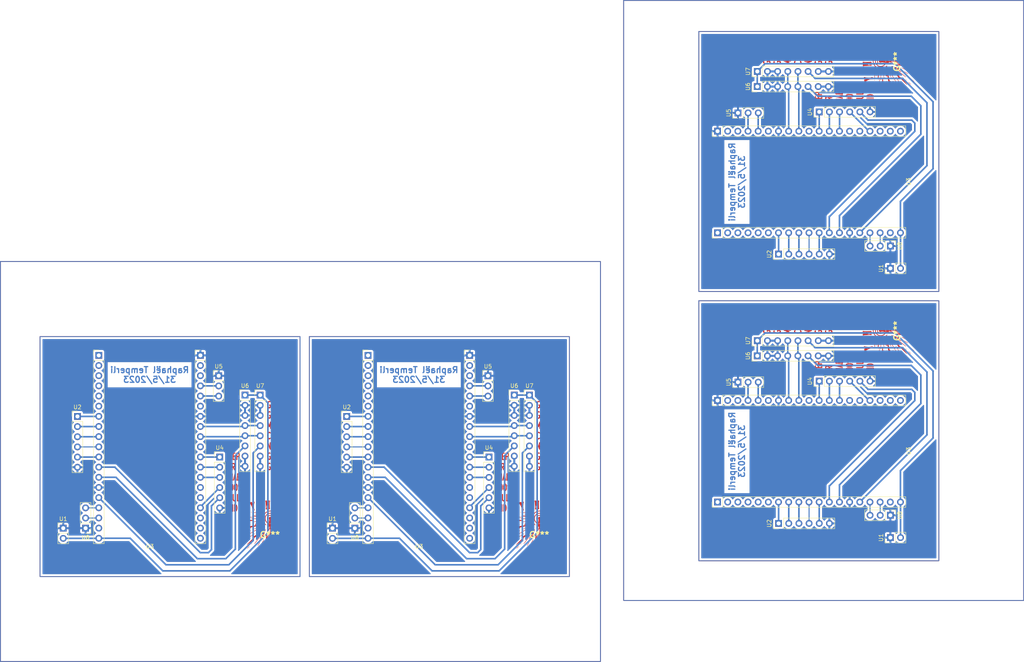
<source format=kicad_pcb>
(kicad_pcb (version 20211014) (generator pcbnew)
  (layers (0 "F.Cu" signal) (31 "B.Cu" signal) (34 "B.Paste" user) (35 "F.Paste" user) (36 "B.SilkS" user "B.Silkscreen") (37 "F.SilkS" user "F.Silkscreen") (38 "B.Mask" user) (39 "F.Mask" user) (44 "Edge.Cuts" user))
  (net 0 "")
  (net 1 "GND")
  (net 2 "+5V")
  (net 3 "Net-(U2-Pad1)")
  (net 4 "Net-(U2-Pad2)")
  (net 5 "Net-(U2-Pad3)")
  (net 6 "Net-(U2-Pad5)")
  (net 7 "Net-(U2-Pad4)")
  (net 10 "Net-(U3-Pad3)")
  (net 11 "Net-(U3-Pad4)")
  (net 13 "/MISO")
  (net 14 "/SCK")
  (net 16 "Net-(U3-Pad10)")
  (net 17 "Net-(U3-Pad11)")
  (net 18 "Net-(U3-Pad12)")
  (net 21 "Net-(U3-Pad15)")
  (net 26 "Net-(U3-Pad21)")
  (net 27 "Net-(U3-Pad22)")
  (net 28 "/N_CS_2")
  (net 29 "/N_CS_1")
  (net 30 "Net-(U3-Pad26)")
  (footprint "LOGO" (layer "F.Cu") (at 244.142 30.046 90)
    (fp_text reference "G***")
    (fp_text value "LOGO" hide)
  )
  (footprint "project_library:NodeMCU_header" (layer "F.Cu") (at 57.356362 151.727865)
    (fp_text reference "U3")
    (fp_text value "ESP32")
  )
  (footprint "LOGO" (layer "F.Cu") (at 205.026 148.156 90)
    (fp_text reference "G***" hide)
    (fp_text value "LOGO" hide)
  )
  (footprint "Connector_PinHeader_2.54mm:PinHeader_1x08_P2.54mm_Vertical" (layer "F.Cu") (at 84.935186 113.411)
    (fp_text reference "U7")
    (fp_text value "Encoder_header")
  )
  (footprint "Connector_PinHeader_2.54mm:PinHeader_1x06_P2.54mm_Vertical" (layer "F.Cu") (at 142.132362 128.889865)
    (fp_text reference "U4")
    (fp_text value "Stepper_header")
  )
  (footprint "LOGO" (layer "F.Cu") (at 87.376 148.336)
    (fp_text reference "G***")
    (fp_text value "LOGO" hide)
  )
  (footprint "LOGO" (layer "F.Cu") (at 154.686 148.336)
    (fp_text reference "G***")
    (fp_text value "LOGO" hide)
  )
  (footprint "Connector_PinHeader_2.54mm:PinHeader_1x06_P2.54mm_Vertical" (layer "F.Cu") (at 39.262362 118.729865)
    (fp_text reference "U2")
    (fp_text value "Stepper_header")
  )
  (footprint "Connector_PinHeader_2.54mm:PinHeader_1x08_P2.54mm_Vertical" (layer "F.Cu") (at 81.148774 113.395865)
    (fp_text reference "U6")
    (fp_text value "Encoder_header")
  )
  (footprint "LOGO" (layer "F.Cu") (at 205.026 80.846 90)
    (fp_text reference "G***" hide)
    (fp_text value "LOGO" hide)
  )
  (footprint "Connector_PinHeader_2.54mm:PinHeader_1x08_P2.54mm_Vertical" (layer "F.Cu") (at 152.245186 113.411)
    (fp_text reference "U7")
    (fp_text value "Encoder_header")
  )
  (footprint "Connector_PinHeader_2.54mm:PinHeader_1x06_P2.54mm_Vertical" (layer "F.Cu") (at 214.535865 78.159638 90)
    (fp_text reference "U2")
    (fp_text value "Stepper_header")
  )
  (footprint "Connector_PinHeader_2.54mm:PinHeader_1x08_P2.54mm_Vertical" (layer "F.Cu") (at 148.458774 113.395865)
    (fp_text reference "U6")
    (fp_text value "Encoder_header")
  )
  (footprint "Connector_PinHeader_2.54mm:PinHeader_1x08_P2.54mm_Vertical" (layer "F.Cu") (at 209.201865 36.273226 90)
    (fp_text reference "U6")
    (fp_text value "Encoder_header")
  )
  (footprint "Connector_PinHeader_2.54mm:PinHeader_1x03_P2.54mm_Vertical" (layer "F.Cu") (at 74.568362 108.569865)
    (fp_text reference "U5")
    (fp_text value "RX_TX_header")
  )
  (footprint "Connector_PinHeader_2.54mm:PinHeader_1x08_P2.54mm_Vertical" (layer "F.Cu") (at 209.217 32.486814 90)
    (fp_text reference "U7")
    (fp_text value "Encoder_header")
  )
  (footprint "Connector_PinHeader_2.54mm:PinHeader_1x02_P2.54mm_Vertical" (layer "F.Cu") (at 35.706362 146.669865)
    (fp_text reference "U1")
    (fp_text value "Power_header")
  )
  (footprint "LOGO" (layer "F.Cu") (at 155.194 105.41)
    (fp_text reference "G***" hide)
    (fp_text value "LOGO" hide)
  )
  (footprint "LOGO" (layer "F.Cu") (at 87.884 105.41)
    (fp_text reference "G***" hide)
    (fp_text value "LOGO" hide)
  )
  (footprint "Connector_PinHeader_2.54mm:PinHeader_1x06_P2.54mm_Vertical" (layer "F.Cu") (at 106.572362 118.729865)
    (fp_text reference "U2")
    (fp_text value "Stepper_header")
  )
  (footprint "Connector_PinHeader_2.54mm:PinHeader_1x06_P2.54mm_Vertical" (layer "F.Cu") (at 224.695865 42.599638 90)
    (fp_text reference "U4")
    (fp_text value "Stepper_header")
  )
  (footprint "LOGO" (layer "F.Cu") (at 103.886 109.22)
    (fp_text reference "G***" hide)
    (fp_text value "LOGO" hide)
  )
  (footprint "LOGO" (layer "F.Cu") (at 244.142 97.356 90)
    (fp_text reference "G***")
    (fp_text value "LOGO" hide)
  )
  (footprint "Connector_PinHeader_2.54mm:PinHeader_1x06_P2.54mm_Vertical" (layer "F.Cu") (at 74.822362 128.889865)
    (fp_text reference "U4")
    (fp_text value "Stepper_header")
  )
  (footprint "Connector_PinHeader_2.54mm:PinHeader_1x08_P2.54mm_Vertical" (layer "F.Cu") (at 209.201865 103.583226 90)
    (fp_text reference "U6")
    (fp_text value "Encoder_header")
  )
  (footprint "Connector_PinHeader_2.54mm:PinHeader_1x03_P2.54mm_Vertical" (layer "F.Cu") (at 204.375865 42.853638 90)
    (fp_text reference "U5")
    (fp_text value "RX_TX_header")
  )
  (footprint "project_library:NodeMCU_header" (layer "F.Cu") (at 124.666362 151.727865)
    (fp_text reference "U3")
    (fp_text value "ESP32")
  )
  (footprint "Connector_PinHeader_2.54mm:PinHeader_1x06_P2.54mm_Vertical" (layer "F.Cu") (at 224.695865 109.909638 90)
    (fp_text reference "U4")
    (fp_text value "Stepper_header")
  )
  (footprint "Connector_PinHeader_2.54mm:PinHeader_1x03_P2.54mm_Vertical" (layer "F.Cu") (at 242.475865 76.127638 -90)
    (fp_text reference "U8")
    (fp_text value "RX_TX_header")
  )
  (footprint "Connector_PinHeader_2.54mm:PinHeader_1x08_P2.54mm_Vertical" (layer "F.Cu") (at 209.217 99.796814 90)
    (fp_text reference "U7")
    (fp_text value "Encoder_header")
  )
  (footprint "LOGO" (layer "F.Cu") (at 201.216 96.848 90)
    (fp_text reference "G***" hide)
    (fp_text value "LOGO" hide)
  )
  (footprint "Connector_PinHeader_2.54mm:PinHeader_1x03_P2.54mm_Vertical" (layer "F.Cu") (at 141.878362 108.569865)
    (fp_text reference "U5")
    (fp_text value "RX_TX_header")
  )
  (footprint "Connector_PinHeader_2.54mm:PinHeader_1x02_P2.54mm_Vertical" (layer "F.Cu") (at 103.016362 146.669865)
    (fp_text reference "U1")
    (fp_text value "Power_header")
  )
  (footprint "Connector_PinHeader_2.54mm:PinHeader_1x06_P2.54mm_Vertical" (layer "F.Cu") (at 214.535865 145.469638 90)
    (fp_text reference "U2")
    (fp_text value "Stepper_header")
  )
  (footprint "project_library:NodeMCU_header" (layer "F.Cu") (at 247.533865 127.375638 90)
    (fp_text reference "U3")
    (fp_text value "ESP32")
  )
  (footprint "Connector_PinHeader_2.54mm:PinHeader_1x03_P2.54mm_Vertical" (layer "F.Cu") (at 242.475865 143.437638 -90)
    (fp_text reference "U8")
    (fp_text value "RX_TX_header")
  )
  (footprint "Connector_PinHeader_2.54mm:PinHeader_1x03_P2.54mm_Vertical" (layer "F.Cu") (at 41.294362 146.669865 180)
    (fp_text reference "U8")
    (fp_text value "RX_TX_header")
  )
  (footprint "project_library:NodeMCU_header" (layer "F.Cu") (at 247.533865 60.065638 90)
    (fp_text reference "U3")
    (fp_text value "ESP32")
  )
  (footprint "LOGO" (layer "F.Cu") (at 36.576 109.22)
    (fp_text reference "G***" hide)
    (fp_text value "LOGO" hide)
  )
  (footprint "LOGO" (layer "F.Cu") (at 201.216 29.538 90)
    (fp_text reference "G***" hide)
    (fp_text value "LOGO" hide)
  )
  (footprint "Connector_PinHeader_2.54mm:PinHeader_1x02_P2.54mm_Vertical" (layer "F.Cu") (at 242.475865 149.025638 90)
    (fp_text reference "U1")
    (fp_text value "Power_header")
  )
  (footprint "Connector_PinHeader_2.54mm:PinHeader_1x03_P2.54mm_Vertical" (layer "F.Cu") (at 108.604362 146.669865 180)
    (fp_text reference "U8")
    (fp_text value "RX_TX_header")
  )
  (footprint "Connector_PinHeader_2.54mm:PinHeader_1x02_P2.54mm_Vertical" (layer "F.Cu") (at 242.475865 81.715638 90)
    (fp_text reference "U1")
    (fp_text value "Power_header")
  )
  (footprint "Connector_PinHeader_2.54mm:PinHeader_1x03_P2.54mm_Vertical" (layer "F.Cu") (at 204.375865 110.163638 90)
    (fp_text reference "U5")
    (fp_text value "RX_TX_header")
  )
  (gr_rect (start 29.919588 98.780865) (end 94.919588 158.780865) (layer "F.Cu") (width 0.2) (fill none))
  (gr_rect (start 20 80) (end 170 180) (layer "F.Cu") (width 0.2) (fill none))
  (gr_rect (start 97.229588 98.780865) (end 162.229588 158.780865) (layer "F.Cu") (width 0.2) (fill none))
  (gr_rect (start 175.806 164.732) (end 275.806 14.732) (layer "F.Cu") (width 0.2) (fill none))
  (gr_rect (start 194.586865 154.812412) (end 254.586865 89.812412) (layer "F.Cu") (width 0.2) (fill none))
  (gr_rect (start 194.586865 87.502412) (end 254.586865 22.502412) (layer "F.Cu") (width 0.2) (fill none))
  (gr_rect (start 175.806 164.732) (end 275.806 14.732) (layer "B.Cu") (width 0.2) (fill none))
  (gr_rect (start 20 80) (end 170 180) (layer "B.Cu") (width 0.2) (fill none))
  (gr_rect (start 97.229588 98.780865) (end 162.229588 158.780865) (layer "B.Cu") (width 0.2) (fill none))
  (gr_rect (start 29.919588 98.780865) (end 94.919588 158.780865) (layer "B.Cu") (width 0.2) (fill none))
  (gr_rect (start 194.586865 87.502412) (end 254.586865 22.502412) (layer "B.Cu") (width 0.2) (fill none))
  (gr_rect (start 194.586865 154.812412) (end 254.586865 89.812412) (layer "B.Cu") (width 0.2) (fill none))
  (gr_text "VCC\nGND\nGND\nMISO\nCLK\nN_CS\nGND\nGND\n" (at 218.107 30.939226 90) (layer "F.Cu") (effects (font (size 1.6 1) (thickness 0.25)) (justify left)))
  (gr_text "GND\nTX0\nRX0" (at 144.926362 111.109865) (layer "F.Cu") (effects (font (size 1.6 1) (thickness 0.25))))
  (gr_text "VCC\nGND\nGND\nMISO\nCLK\nN_CS\nGND\nGND\n" (at 86.482774 122.301) (layer "F.Cu") (effects (font (size 1.6 1) (thickness 0.25)) (justify left)))
  (gr_text "Antenna Pointing Mechanism V1" (at 49.53 100.838) (layer "F.Cu") (effects (font (size 1.5 1.5) (thickness 0.3))))
  (gr_text "STEP\nDIR\nENABLE\nBOOST\nFAULT\nGND" (at 143.402362 135.234865) (layer "F.Cu") (effects (font (size 1.6 1) (thickness 0.25)) (justify left)))
  (gr_text "GND\n5V\n" (at 242.856865 151.942412 90) (layer "F.Cu") (effects (font (size 1.6 1) (thickness 0.25))))
  (gr_text "GND\n5V\n" (at 100.099588 147.050865) (layer "F.Cu") (effects (font (size 1.6 1) (thickness 0.25))))
  (gr_text "GND\nTX0\nRX0" (at 206.915865 107.115638 90) (layer "F.Cu") (effects (font (size 1.6 1) (thickness 0.25))))
  (gr_text "GND\nTX0\nRX0" (at 206.915865 39.805638 90) (layer "F.Cu") (effects (font (size 1.6 1) (thickness 0.25))))
  (gr_text "RX1\nTX1\nGND\n" (at 239.935865 146.231638 90) (layer "F.Cu") (effects (font (size 1.6 1) (thickness 0.25))))
  (gr_text "STEP\nDIR\nENABLE\nBOOST\nFAULT\nGND" (at 220.885865 152.835638 90) (layer "F.Cu") (effects (font (size 1.6 1) (thickness 0.25)) (justify left)))
  (gr_text "STEP\nDIR\nENABLE\nBOOST\nFAULT\nGND" (at 231.040865 108.639638 90) (layer "F.Cu") (effects (font (size 1.6 1) (thickness 0.25)) (justify left)))
  (gr_text "RX1\nTX1\nGND\n" (at 105.810362 144.129865) (layer "F.Cu") (effects (font (size 1.6 1) (thickness 0.25))))
  (gr_text "STEP\nDIR\nENABLE\nBOOST\nFAULT\nGND" (at 99.206362 125.079865) (layer "F.Cu") (effects (font (size 1.6 1) (thickness 0.25)) (justify left)))
  (gr_text "GND\n5V\n" (at 242.856865 84.632412 90) (layer "F.Cu") (effects (font (size 1.6 1) (thickness 0.25))))
  (gr_text "GND\n5V\n" (at 32.789588 147.050865) (layer "F.Cu") (effects (font (size 1.6 1) (thickness 0.25))))
  (gr_text "RX1\nTX1\nGND\n" (at 239.935865 78.921638 90) (layer "F.Cu") (effects (font (size 1.6 1) (thickness 0.25))))
  (gr_text "STEP\nDIR\nENABLE\nBOOST\nFAULT\nGND" (at 76.092362 135.234865) (layer "F.Cu") (effects (font (size 1.6 1) (thickness 0.25)) (justify left)))
  (gr_text "VCC\nGND\nGND\nMISO\nCLK\nN_CS\nGND\nGND\n" (at 218.107 98.249226 90) (layer "F.Cu") (effects (font (size 1.6 1) (thickness 0.25)) (justify left)))
  (gr_text "Antenna Pointing Mechanism V1" (at 196.644 135.202 90) (layer "F.Cu") (effects (font (size 1.5 1.5) (thickness 0.3))))
  (gr_text "Antenna Pointing Mechanism V1" (at 196.644 67.892 90) (layer "F.Cu") (effects (font (size 1.5 1.5) (thickness 0.3))))
  (gr_text "GND\nTX0\nRX0" (at 77.616362 111.109865) (layer "F.Cu") (effects (font (size 1.6 1) (thickness 0.25))))
  (gr_text "RX1\nTX1\nGND\n" (at 38.500362 144.129865) (layer "F.Cu") (effects (font (size 1.6 1) (thickness 0.25))))
  (gr_text "STEP\nDIR\nENABLE\nBOOST\nFAULT\nGND" (at 31.896362 125.079865) (layer "F.Cu") (effects (font (size 1.6 1) (thickness 0.25)) (justify left)))
  (gr_text "Antenna Pointing Mechanism V1" (at 116.84 100.838) (layer "F.Cu") (effects (font (size 1.5 1.5) (thickness 0.3))))
  (gr_text "STEP\nDIR\nENABLE\nBOOST\nFAULT\nGND" (at 231.040865 41.329638 90) (layer "F.Cu") (effects (font (size 1.6 1) (thickness 0.25)) (justify left)))
  (gr_text "VCC\nGND\nGND\nMISO\nCLK\nN_CS\nGND\nGND\n" (at 153.792774 122.301) (layer "F.Cu") (effects (font (size 1.6 1) (thickness 0.25)) (justify left)))
  (gr_text "STEP\nDIR\nENABLE\nBOOST\nFAULT\nGND" (at 220.885865 85.525638 90) (layer "F.Cu") (effects (font (size 1.6 1) (thickness 0.25)) (justify left)))
  (gr_text "Raphaël Temperli\n31/5/2023" (at 57.296362 108.315865) (layer "B.Cu") (effects (font (size 1.5 1.5) (thickness 0.3)) (justify mirror)))
  (gr_text "Raphaël Temperli\n31/5/2023" (at 124.606362 108.315865) (layer "B.Cu") (effects (font (size 1.5 1.5) (thickness 0.3)) (justify mirror)))
  (gr_text "Raphaël Temperli\n31/5/2023" (at 204.121865 127.435638 90) (layer "B.Cu") (effects (font (size 1.5 1.5) (thickness 0.3)) (justify mirror)))
  (gr_text "Raphaël Temperli\n31/5/2023" (at 204.121865 60.125638 90) (layer "B.Cu") (effects (font (size 1.5 1.5) (thickness 0.3)) (justify mirror)))
  (segment (start 86.868 115.343814) (end 86.868 147.832226) (width 0.4) (layer "B.Cu") (net 2))
  (segment (start 148.458774 113.395865) (end 152.230051 113.395865) (width 0.4) (layer "B.Cu") (net 2))
  (segment (start 35.706362 149.209865) (end 44.574362 149.209865) (width 0.4) (layer "B.Cu") (net 2))
  (segment (start 152.263774 113.395865) (end 152.268774 113.400865) (width 0.4) (layer "B.Cu") (net 2))
  (segment (start 245.015865 72.847638) (end 244.993865 72.825638) (width 0.4) (layer "B.Cu") (net 2))
  (segment (start 84.920051 113.395865) (end 84.935186 113.411) (width 0.4) (layer "B.Cu") (net 2))
  (segment (start 244.993865 140.135638) (end 244.993865 132.283638) (width 0.4) (layer "B.Cu") (net 2))
  (segment (start 119.758362 149.187865) (end 127.908362 157.337865) (width 0.4) (layer "B.Cu") (net 2))
  (segment (start 103.016362 149.209865) (end 111.884362 149.209865) (width 0.4) (layer "B.Cu") (net 2))
  (segment (start 245.015865 140.157638) (end 244.993865 140.135638) (width 0.4) (layer "B.Cu") (net 2))
  (segment (start 127.908362 157.337865) (end 144.672362 157.337865) (width 0.4) (layer "B.Cu") (net 2))
  (segment (start 103.038362 149.187865) (end 103.016362 149.209865) (width 0.4) (layer "B.Cu") (net 2))
  (segment (start 243.638226 97.864) (end 253.143865 107.369638) (width 0.4) (layer "B.Cu") (net 2))
  (segment (start 253.143865 124.133638) (end 253.143865 107.369638) (width 0.4) (layer "B.Cu") (net 2))
  (segment (start 209.201865 99.778226) (end 209.206865 99.773226) (width 0.4) (layer "B.Cu") (net 2))
  (segment (start 111.884362 149.209865) (end 111.906362 149.187865) (width 0.4) (layer "B.Cu") (net 2))
  (segment (start 111.674362 148.955865) (end 111.906362 149.187865) (width 0.4) (layer "B.Cu") (net 2))
  (segment (start 243.638226 30.554) (end 253.143865 40.059638) (width 0.4) (layer "B.Cu") (net 2))
  (segment (start 154.178 147.832226) (end 144.672362 157.337865) (width 0.4) (layer "B.Cu") (net 2))
  (segment (start 84.953774 113.395865) (end 84.958774 113.400865) (width 0.4) (layer "B.Cu") (net 2))
  (segment (start 81.148774 113.395865) (end 84.920051 113.395865) (width 0.4) (layer "B.Cu") (net 2))
  (segment (start 44.364362 148.955865) (end 44.596362 149.187865) (width 0.4) (layer "B.Cu") (net 2))
  (segment (start 84.935186 113.411) (end 86.868 115.343814) (width 0.4) (layer "B.Cu") (net 2))
  (segment (start 86.868 147.832226) (end 77.362362 157.337865) (width 0.4) (layer "B.Cu") (net 2))
  (segment (start 253.143865 56.823638) (end 253.143865 40.059638) (width 0.4) (layer "B.Cu") (net 2))
  (segment (start 244.993865 149.003638) (end 245.015865 149.025638) (width 0.4) (layer "B.Cu") (net 2))
  (segment (start 111.906362 149.187865) (end 119.758362 149.187865) (width 0.4) (layer "B.Cu") (net 2))
  (segment (start 244.993865 81.693638) (end 245.015865 81.715638) (width 0.4) (layer "B.Cu") (net 2))
  (segment (start 44.596362 149.187865) (end 52.448362 149.187865) (width 0.4) (layer "B.Cu") (net 2))
  (segment (start 209.201865 32.468226) (end 209.206865 32.463226) (width 0.4) (layer "B.Cu") (net 2))
  (segment (start 245.015865 81.715638) (end 245.015865 72.847638) (width 0.4) (layer "B.Cu") (net 2))
  (segment (start 244.993865 64.973638) (end 253.143865 56.823638) (width 0.4) (layer "B.Cu") (net 2))
  (segment (start 209.201865 99.811949) (end 209.217 99.796814) (width 0.4) (layer "B.Cu") (net 2))
  (segment (start 60.598362 157.337865) (end 77.362362 157.337865) (width 0.4) (layer "B.Cu") (net 2))
  (segment (start 245.015865 149.025638) (end 245.015865 140.157638) (width 0.4) (layer "B.Cu") (net 2))
  (segment (start 209.217 32.486814) (end 211.149814 30.554) (width 0.4) (layer "B.Cu") (net 2))
  (segment (start 44.574362 149.209865) (end 44.596362 149.187865) (width 0.4) (layer "B.Cu") (net 2))
  (segment (start 211.149814 30.554) (end 243.638226 30.554) (width 0.4) (layer "B.Cu") (net 2))
  (segment (start 209.217 99.796814) (end 211.149814 97.864) (width 0.4) (layer "B.Cu") (net 2))
  (segment (start 244.761865 140.367638) (end 244.993865 140.135638) (width 0.4) (layer "B.Cu") (net 2))
  (segment (start 152.245186 113.411) (end 154.178 115.343814) (width 0.4) (layer "B.Cu") (net 2))
  (segment (start 209.201865 36.273226) (end 209.201865 32.501949) (width 0.4) (layer "B.Cu") (net 2))
  (segment (start 209.201865 32.501949) (end 209.217 32.486814) (width 0.4) (layer "B.Cu") (net 2))
  (segment (start 209.201865 103.583226) (end 209.201865 99.811949) (width 0.4) (layer "B.Cu") (net 2))
  (segment (start 35.728362 149.187865) (end 35.706362 149.209865) (width 0.4) (layer "B.Cu") (net 2))
  (segment (start 211.149814 97.864) (end 243.638226 97.864) (width 0.4) (layer "B.Cu") (net 2))
  (segment (start 152.230051 113.395865) (end 152.245186 113.411) (width 0.4) (layer "B.Cu") (net 2))
  (segment (start 52.448362 149.187865) (end 60.598362 157.337865) (width 0.4) (layer "B.Cu") (net 2))
  (segment (start 244.993865 72.825638) (end 244.993865 64.973638) (width 0.4) (layer "B.Cu") (net 2))
  (segment (start 154.178 115.343814) (end 154.178 147.832226) (width 0.4) (layer "B.Cu") (net 2))
  (segment (start 244.761865 73.057638) (end 244.993865 72.825638) (width 0.4) (layer "B.Cu") (net 2))
  (segment (start 244.993865 132.283638) (end 253.143865 124.133638) (width 0.4) (layer "B.Cu") (net 2))
  (segment (start 106.572362 118.729865) (end 111.884362 118.729865) (width 0.4) (layer "B.Cu") (net 3))
  (segment (start 44.574362 118.729865) (end 44.596362 118.707865) (width 0.4) (layer "B.Cu") (net 3))
  (segment (start 214.535865 78.159638) (end 214.535865 72.847638) (width 0.4) (layer "B.Cu") (net 3))
  (segment (start 214.535865 140.157638) (end 214.513865 140.135638) (width 0.4) (layer "B.Cu") (net 3))
  (segment (start 214.535865 72.847638) (end 214.513865 72.825638) (width 0.4) (layer "B.Cu") (net 3))
  (segment (start 111.884362 118.729865) (end 111.906362 118.707865) (width 0.4) (layer "B.Cu") (net 3))
  (segment (start 214.535865 145.469638) (end 214.535865 140.157638) (width 0.4) (layer "B.Cu") (net 3))
  (segment (start 39.262362 118.729865) (end 44.574362 118.729865) (width 0.4) (layer "B.Cu") (net 3))
  (segment (start 44.574362 121.269865) (end 44.596362 121.247865) (width 0.4) (layer "B.Cu") (net 4))
  (segment (start 217.075865 145.469638) (end 217.075865 140.157638) (width 0.4) (layer "B.Cu") (net 4))
  (segment (start 217.075865 78.159638) (end 217.075865 72.847638) (width 0.4) (layer "B.Cu") (net 4))
  (segment (start 217.075865 140.157638) (end 217.053865 140.135638) (width 0.4) (layer "B.Cu") (net 4))
  (segment (start 39.262362 121.269865) (end 44.574362 121.269865) (width 0.4) (layer "B.Cu") (net 4))
  (segment (start 217.075865 72.847638) (end 217.053865 72.825638) (width 0.4) (layer "B.Cu") (net 4))
  (segment (start 111.884362 121.269865) (end 111.906362 121.247865) (width 0.4) (layer "B.Cu") (net 4))
  (segment (start 106.572362 121.269865) (end 111.884362 121.269865) (width 0.4) (layer "B.Cu") (net 4))
  (segment (start 111.884362 123.809865) (end 111.906362 123.787865) (width 0.4) (layer "B.Cu") (net 5))
  (segment (start 219.615865 145.469638) (end 219.615865 140.157638) (width 0.4) (layer "B.Cu") (net 5))
  (segment (start 39.262362 123.809865) (end 44.574362 123.809865) (width 0.4) (layer "B.Cu") (net 5))
  (segment (start 44.574362 123.809865) (end 44.596362 123.787865) (width 0.4) (layer "B.Cu") (net 5))
  (segment (start 219.615865 140.157638) (end 219.593865 140.135638) (width 0.4) (layer "B.Cu") (net 5))
  (segment (start 106.572362 123.809865) (end 111.884362 123.809865) (width 0.4) (layer "B.Cu") (net 5))
  (segment (start 219.615865 72.847638) (end 219.593865 72.825638) (width 0.4) (layer "B.Cu") (net 5))
  (segment (start 219.615865 78.159638) (end 219.615865 72.847638) (width 0.4) (layer "B.Cu") (net 5))
  (segment (start 106.572362 128.889865) (end 111.884362 128.889865) (width 0.4) (layer "B.Cu") (net 6))
  (segment (start 39.262362 128.889865) (end 44.574362 128.889865) (width 0.4) (layer "B.Cu") (net 6))
  (segment (start 111.884362 128.889865) (end 111.906362 128.867865) (width 0.4) (layer "B.Cu") (net 6))
  (segment (start 224.695865 145.469638) (end 224.695865 140.157638) (width 0.4) (layer "B.Cu") (net 6))
  (segment (start 44.574362 128.889865) (end 44.596362 128.867865) (width 0.4) (layer "B.Cu") (net 6))
  (segment (start 224.695865 140.157638) (end 224.673865 140.135638) (width 0.4) (layer "B.Cu") (net 6))
  (segment (start 224.695865 78.159638) (end 224.695865 72.847638) (width 0.4) (layer "B.Cu") (net 6))
  (segment (start 224.695865 72.847638) (end 224.673865 72.825638) (width 0.4) (layer "B.Cu") (net 6))
  (segment (start 39.262362 126.349865) (end 44.574362 126.349865) (width 0.25) (layer "B.Cu") (net 7))
  (segment (start 106.572362 126.349865) (end 111.884362 126.349865) (width 0.25) (layer "B.Cu") (net 7))
  (segment (start 222.155865 145.469638) (end 222.155865 140.157638) (width 0.25) (layer "B.Cu") (net 7))
  (segment (start 111.884362 126.349865) (end 111.906362 126.327865) (width 0.25) (layer "B.Cu") (net 7))
  (segment (start 222.155865 78.159638) (end 222.155865 72.847638) (width 0.25) (layer "B.Cu") (net 7))
  (segment (start 222.155865 140.157638) (end 222.133865 140.135638) (width 0.25) (layer "B.Cu") (net 7))
  (segment (start 222.155865 72.847638) (end 222.133865 72.825638) (width 0.25) (layer "B.Cu") (net 7))
  (segment (start 44.574362 126.349865) (end 44.596362 126.327865) (width 0.25) (layer "B.Cu") (net 7))
  (segment (start 206.893865 114.735638) (end 206.893865 110.185638) (width 0.4) (layer "B.Cu") (net 10))
  (segment (start 137.306362 111.087865) (end 141.856362 111.087865) (width 0.4) (layer "B.Cu") (net 10))
  (segment (start 206.893865 110.185638) (end 206.915865 110.163638) (width 0.4) (layer "B.Cu") (net 10))
  (segment (start 141.856362 111.087865) (end 141.878362 111.109865) (width 0.4) (layer "B.Cu") (net 10))
  (segment (start 206.893865 47.425638) (end 206.893865 42.875638) (width 0.4) (layer "B.Cu") (net 10))
  (segment (start 206.893865 42.875638) (end 206.915865 42.853638) (width 0.4) (layer "B.Cu") (net 10))
  (segment (start 74.546362 111.087865) (end 74.568362 111.109865) (width 0.4) (layer "B.Cu") (net 10))
  (segment (start 69.996362 111.087865) (end 74.546362 111.087865) (width 0.4) (layer "B.Cu") (net 10))
  (segment (start 137.306362 113.627865) (end 141.856362 113.627865) (width 0.4) (layer "B.Cu") (net 11))
  (segment (start 209.433865 47.425638) (end 209.433865 42.875638) (width 0.4) (layer "B.Cu") (net 11))
  (segment (start 74.546362 113.627865) (end 74.568362 113.649865) (width 0.4) (layer "B.Cu") (net 11))
  (segment (start 209.433865 110.185638) (end 209.455865 110.163638) (width 0.4) (layer "B.Cu") (net 11))
  (segment (start 209.433865 114.735638) (end 209.433865 110.185638) (width 0.4) (layer "B.Cu") (net 11))
  (segment (start 209.433865 42.875638) (end 209.455865 42.853638) (width 0.4) (layer "B.Cu") (net 11))
  (segment (start 141.856362 113.627865) (end 141.878362 113.649865) (width 0.4) (layer "B.Cu") (net 11))
  (segment (start 69.996362 113.627865) (end 74.546362 113.627865) (width 0.4) (layer "B.Cu") (net 11))
  (segment (start 80.916774 121.247865) (end 81.148774 121.015865) (width 0.4) (layer "B.Cu") (net 13))
  (segment (start 148.458774 121.015865) (end 152.230051 121.015865) (width 0.4) (layer "B.Cu") (net 13))
  (segment (start 137.333362 121.274865) (end 137.306362 121.247865) (width 0.4) (layer "B.Cu") (net 13))
  (segment (start 216.821865 103.583226) (end 216.821865 99.811949) (width 0.4) (layer "B.Cu") (net 13))
  (segment (start 148.226774 121.247865) (end 148.458774 121.015865) (width 0.4) (layer "B.Cu") (net 13))
  (segment (start 217.053865 103.815226) (end 216.821865 103.583226) (width 0.4) (layer "B.Cu") (net 13))
  (segment (start 69.996362 121.247865) (end 80.916774 121.247865) (width 0.4) (layer "B.Cu") (net 13))
  (segment (start 84.920051 121.015865) (end 84.935186 121.031) (width 0.4) (layer "B.Cu") (net 13))
  (segment (start 216.821865 114.503638) (end 217.053865 114.735638) (width 0.4) (layer "B.Cu") (net 13))
  (segment (start 70.023362 121.274865) (end 69.996362 121.247865) (width 0.4) (layer "B.Cu") (net 13))
  (segment (start 70.228362 121.015865) (end 69.996362 121.247865) (width 0.4) (layer "B.Cu") (net 13))
  (segment (start 217.080865 47.398638) (end 217.053865 47.425638) (width 0.4) (layer "B.Cu") (net 13))
  (segment (start 217.053865 47.425638) (end 217.053865 36.505226) (width 0.4) (layer "B.Cu") (net 13))
  (segment (start 217.053865 36.505226) (end 216.821865 36.273226) (width 0.4) (layer "B.Cu") (net 13))
  (segment (start 137.306362 121.247865) (end 148.226774 121.247865) (width 0.4) (layer "B.Cu") (net 13))
  (segment (start 81.148774 121.015865) (end 84.920051 121.015865) (width 0.4) (layer "B.Cu") (net 13))
  (segment (start 216.821865 99.811949) (end 216.837 99.796814) (width 0.4) (layer "B.Cu") (net 13))
  (segment (start 217.053865 114.735638) (end 217.053865 103.815226) (width 0.4) (layer "B.Cu") (net 13))
  (segment (start 137.538362 121.015865) (end 137.306362 121.247865) (width 0.4) (layer "B.Cu") (net 13))
  (segment (start 152.230051 121.015865) (end 152.245186 121.031) (width 0.4) (layer "B.Cu") (net 13))
  (segment (start 216.821865 47.193638) (end 217.053865 47.425638) (width 0.4) (layer "B.Cu") (net 13))
  (segment (start 216.821865 36.273226) (end 216.821865 32.501949) (width 0.4) (layer "B.Cu") (net 13))
  (segment (start 217.080865 114.708638) (end 217.053865 114.735638) (width 0.4) (layer "B.Cu") (net 13))
  (segment (start 216.821865 32.501949) (end 216.837 32.486814) (width 0.4) (layer "B.Cu") (net 13))
  (segment (start 219.593865 103.815226) (end 219.361865 103.583226) (width 0.4) (layer "B.Cu") (net 14))
  (segment (start 219.361865 103.583226) (end 219.361865 99.811949) (width 0.4) (layer "B.Cu") (net 14))
  (segment (start 148.226774 123.787865) (end 148.458774 123.555865) (width 0.4) (layer "B.Cu") (net 14))
  (segment (start 219.593865 47.425638) (end 219.593865 36.505226) (width 0.4) (layer "B.Cu") (net 14))
  (segment (start 81.148774 123.555865) (end 84.920051 123.555865) (width 0.4) (layer "B.Cu") (net 14))
  (segment (start 219.361865 99.811949) (end 219.377 99.796814) (width 0.4) (layer "B.Cu") (net 14))
  (segment (start 219.593865 36.505226) (end 219.361865 36.273226) (width 0.4) (layer "B.Cu") (net 14))
  (segment (start 84.920051 123.555865) (end 84.935186 123.571) (width 0.4) (layer "B.Cu") (net 14))
  (segment (start 69.996362 123.787865) (end 80.916774 123.787865) (width 0.4) (layer "B.Cu") (net 14))
  (segment (start 152.230051 123.555865) (end 152.245186 123.571) (width 0.4) (layer "B.Cu") (net 14))
  (segment (start 148.458774 123.555865) (end 152.230051 123.555865) (width 0.4) (layer "B.Cu") (net 14))
  (segment (start 219.593865 114.735638) (end 219.593865 103.815226) (width 0.4) (layer "B.Cu") (net 14))
  (segment (start 137.306362 123.787865) (end 148.226774 123.787865) (width 0.4) (layer "B.Cu") (net 14))
  (segment (start 219.361865 32.501949) (end 219.377 32.486814) (width 0.4) (layer "B.Cu") (net 14))
  (segment (start 80.916774 123.787865) (end 81.148774 123.555865) (width 0.4) (layer "B.Cu") (net 14))
  (segment (start 219.361865 36.273226) (end 219.361865 32.501949) (width 0.4) (layer "B.Cu") (net 14))
  (segment (start 137.328362 128.889865) (end 137.306362 128.867865) (width 0.4) (layer "B.Cu") (net 16))
  (segment (start 70.018362 128.889865) (end 69.996362 128.867865) (width 0.4) (layer "B.Cu") (net 16))
  (segment (start 224.695865 114.713638) (end 224.673865 114.735638) (width 0.4) (layer "B.Cu") (net 16))
  (segment (start 224.695865 42.599638) (end 224.695865 47.403638) (width 0.4) (layer "B.Cu") (net 16))
  (segment (start 224.695865 47.403638) (end 224.673865 47.425638) (width 0.4) (layer "B.Cu") (net 16))
  (segment (start 142.132362 128.889865) (end 137.328362 128.889865) (width 0.4) (layer "B.Cu") (net 16))
  (segment (start 74.822362 128.889865) (end 70.018362 128.889865) (width 0.4) (layer "B.Cu") (net 16))
  (segment (start 224.695865 109.909638) (end 224.695865 114.713638) (width 0.4) (layer "B.Cu") (net 16))
  (segment (start 74.822362 131.429865) (end 70.018362 131.429865) (width 0.4) (layer "B.Cu") (net 17))
  (segment (start 227.235865 47.403638) (end 227.213865 47.425638) (width 0.4) (layer "B.Cu") (net 17))
  (segment (start 227.235865 109.909638) (end 227.235865 114.713638) (width 0.4) (layer "B.Cu") (net 17))
  (segment (start 142.132362 131.429865) (end 137.328362 131.429865) (width 0.4) (layer "B.Cu") (net 17))
  (segment (start 70.018362 131.429865) (end 69.996362 131.407865) (width 0.4) (layer "B.Cu") (net 17))
  (segment (start 137.328362 131.429865) (end 137.306362 131.407865) (width 0.4) (layer "B.Cu") (net 17))
  (segment (start 227.235865 42.599638) (end 227.235865 47.403638) (width 0.4) (layer "B.Cu") (net 17))
  (segment (start 227.235865 114.713638) (end 227.213865 114.735638) (width 0.4) (layer "B.Cu") (net 17))
  (segment (start 229.775865 114.713638) (end 229.753865 114.735638) (width 0.4) (layer "B.Cu") (net 18))
  (segment (start 229.775865 47.403638) (end 229.753865 47.425638) (width 0.4) (layer "B.Cu") (net 18))
  (segment (start 70.018362 133.969865) (end 69.996362 133.947865) (width 0.4) (layer "B.Cu") (net 18))
  (segment (start 142.132362 133.969865) (end 137.328362 133.969865) (width 0.4) (layer "B.Cu") (net 18))
  (segment (start 229.775865 42.599638) (end 229.775865 47.403638) (width 0.4) (layer "B.Cu") (net 18))
  (segment (start 137.328362 133.969865) (end 137.306362 133.947865) (width 0.4) (layer "B.Cu") (net 18))
  (segment (start 74.822362 133.969865) (end 70.018362 133.969865) (width 0.4) (layer "B.Cu") (net 18))
  (segment (start 229.775865 109.909638) (end 229.775865 114.713638) (width 0.4) (layer "B.Cu") (net 18))
  (segment (start 142.132362 136.509865) (end 137.306362 141.335865) (width 0.4) (layer "B.Cu") (net 21))
  (segment (start 74.822362 136.509865) (end 69.996362 141.335865) (width 0.4) (layer "B.Cu") (net 21))
  (segment (start 137.306362 141.335865) (end 137.306362 141.567865) (width 0.4) (layer "B.Cu") (net 21))
  (segment (start 237.141865 47.425638) (end 237.373865 47.425638) (width 0.4) (layer "B.Cu") (net 21))
  (segment (start 237.141865 114.735638) (end 237.373865 114.735638) (width 0.4) (layer "B.Cu") (net 21))
  (segment (start 69.996362 141.335865) (end 69.996362 141.567865) (width 0.4) (layer "B.Cu") (net 21))
  (segment (start 232.315865 109.909638) (end 237.141865 114.735638) (width 0.4) (layer "B.Cu") (net 21))
  (segment (start 232.315865 42.599638) (end 237.141865 47.425638) (width 0.4) (layer "B.Cu") (net 21))
  (segment (start 239.935865 72.847638) (end 239.913865 72.825638) (width 0.25) (layer "B.Cu") (net 26))
  (segment (start 239.935865 76.127638) (end 239.935865 72.847638) (width 0.25) (layer "B.Cu") (net 26))
  (segment (start 41.294362 144.129865) (end 44.574362 144.129865) (width 0.25) (layer "B.Cu") (net 26))
  (segment (start 239.935865 140.157638) (end 239.913865 140.135638) (width 0.25) (layer "B.Cu") (net 26))
  (segment (start 239.935865 143.437638) (end 239.935865 140.157638) (width 0.25) (layer "B.Cu") (net 26))
  (segment (start 111.884362 144.129865) (end 111.906362 144.107865) (width 0.25) (layer "B.Cu") (net 26))
  (segment (start 44.574362 144.129865) (end 44.596362 144.107865) (width 0.25) (layer "B.Cu") (net 26))
  (segment (start 108.604362 144.129865) (end 111.884362 144.129865) (width 0.25) (layer "B.Cu") (net 26))
  (segment (start 237.395865 143.437638) (end 237.395865 140.157638) (width 0.25) (layer "B.Cu") (net 27))
  (segment (start 111.884362 141.589865) (end 111.906362 141.567865) (width 0.25) (layer "B.Cu") (net 27))
  (segment (start 44.574362 141.589865) (end 44.596362 141.567865) (width 0.25) (layer "B.Cu") (net 27))
  (segment (start 237.395865 72.847638) (end 237.373865 72.825638) (width 0.25) (layer "B.Cu") (net 27))
  (segment (start 41.294362 141.589865) (end 44.574362 141.589865) (width 0.25) (layer "B.Cu") (net 27))
  (segment (start 237.395865 76.127638) (end 237.395865 72.847638) (width 0.25) (layer "B.Cu") (net 27))
  (segment (start 108.604362 141.589865) (end 111.884362 141.589865) (width 0.25) (layer "B.Cu") (net 27))
  (segment (start 237.395865 140.157638) (end 237.373865 140.135638) (width 0.25) (layer "B.Cu") (net 27))
  (segment (start 251.619865 56.039638) (end 234.833865 72.825638) (width 0.4) (layer "B.Cu") (net 28))
  (segment (start 251.619865 123.349638) (end 234.833865 140.135638) (width 0.4) (layer "B.Cu") (net 28))
  (segment (start 144.418362 155.813865) (end 128.692362 155.813865) (width 0.4) (layer "B.Cu") (net 28))
  (segment (start 150.490774 127.865412) (end 150.490774 149.733) (width 0.4) (layer "B.Cu") (net 28))
  (segment (start 245.539 34.241226) (end 245.543227 34.236999) (width 0.4) (layer "B.Cu") (net 28))
  (segment (start 150.495001 149.737227) (end 144.418362 155.813865) (width 0.4) (layer "B.Cu") (net 28))
  (segment (start 245.543227 101.546999) (end 251.619865 107.623638) (width 0.4) (layer "B.Cu") (net 28))
  (segment (start 83.180774 127.865412) (end 83.180774 149.733) (width 0.4) (layer "B.Cu") (net 28))
  (segment (start 251.619865 107.623638) (end 251.619865 123.349638) (width 0.4) (layer "B.Cu") (net 28))
  (segment (start 83.185001 149.737227) (end 77.108362 155.813865) (width 0.4) (layer "B.Cu") (net 28))
  (segment (start 77.108362 155.813865) (end 61.382362 155.813865) (width 0.4) (layer "B.Cu") (net 28))
  (segment (start 61.382362 155.813865) (end 44.596362 139.027865) (width 0.4) (layer "B.Cu") (net 28))
  (segment (start 223.671412 34.241226) (end 245.539 34.241226) (width 0.4) (layer "B.Cu") (net 28))
  (segment (start 245.543227 34.236999) (end 251.619865 40.313638) (width 0.4) (layer "B.Cu") (net 28))
  (segment (start 150.490774 149.733) (end 150.495001 149.737227) (width 0.4) (layer "B.Cu") (net 28))
  (segment (start 128.692362 155.813865) (end 111.906362 139.027865) (width 0.4) (layer "B.Cu") (net 28))
  (segment (start 251.619865 40.313638) (end 251.619865 56.039638) (width 0.4) (layer "B.Cu") (net 28))
  (segment (start 83.180774 149.733) (end 83.185001 149.737227) (width 0.4) (layer "B.Cu") (net 28))
  (segment (start 221.917 32.486814) (end 223.671412 34.241226) (width 0.4) (layer "B.Cu") (net 28))
  (segment (start 221.917 99.796814) (end 223.671412 101.551226) (width 0.4) (layer "B.Cu") (net 28))
  (segment (start 245.539 101.551226) (end 245.543227 101.546999) (width 0.4) (layer "B.Cu") (net 28))
  (segment (start 84.935186 126.111) (end 83.180774 127.865412) (width 0.4) (layer "B.Cu") (net 28))
  (segment (start 152.245186 126.111) (end 150.490774 127.865412) (width 0.4) (layer "B.Cu") (net 28))
  (segment (start 223.671412 101.551226) (end 245.539 101.551226) (width 0.4) (layer "B.Cu") (net 28))
  (segment (start 76.346362 154.289865) (end 69.234362 154.289865) (width 0.4) (layer "B.Cu") (net 29))
  (segment (start 147.208774 127.361) (end 146.05 128.519774) (width 0.4) (layer "B.Cu") (net 29))
  (segment (start 224.325774 38.682) (end 247.702226 38.682) (width 0.4) (layer "B.Cu") (net 29))
  (segment (start 221.901865 36.273226) (end 223.151865 37.523226) (width 0.4) (layer "B.Cu") (net 29))
  (segment (start 78.74 128.519774) (end 78.74 151.896226) (width 0.4) (layer "B.Cu") (net 29))
  (segment (start 229.753865 68.529638) (end 229.753865 72.825638) (width 0.4) (layer "B.Cu") (net 29))
  (segment (start 116.202362 133.947865) (end 111.906362 133.947865) (width 0.4) (layer "B.Cu") (net 29))
  (segment (start 223.151865 104.833226) (end 223.167 104.833226) (width 0.4) (layer "B.Cu") (net 29))
  (segment (start 250.095865 115.497638) (end 229.753865 135.839638) (width 0.4) (layer "B.Cu") (net 29))
  (segment (start 146.05 128.519774) (end 146.05 151.896226) (width 0.4) (layer "B.Cu") (net 29))
  (segment (start 250.095865 41.075638) (end 250.095865 48.187638) (width 0.4) (layer "B.Cu") (net 29))
  (segment (start 81.148774 126.095865) (end 79.898774 127.345865) (width 0.4) (layer "B.Cu") (net 29))
  (segment (start 223.167 104.833226) (end 224.325774 105.992) (width 0.4) (layer "B.Cu") (net 29))
  (segment (start 146.05 151.896226) (end 143.656362 154.289865) (width 0.4) (layer "B.Cu") (net 29))
  (segment (start 148.458774 126.095865) (end 147.208774 127.345865) (width 0.4) (layer "B.Cu") (net 29))
  (segment (start 147.208774 127.345865) (end 147.208774 127.361) (width 0.4) (layer "B.Cu") (net 29))
  (segment (start 78.74 151.896226) (end 76.346362 154.289865) (width 0.4) (layer "B.Cu") (net 29))
  (segment (start 143.656362 154.289865) (end 136.544362 154.289865) (width 0.4) (layer "B.Cu") (net 29))
  (segment (start 223.167 37.523226) (end 224.325774 38.682) (width 0.4) (layer "B.Cu") (net 29))
  (segment (start 223.151865 37.523226) (end 223.167 37.523226) (width 0.4) (layer "B.Cu") (net 29))
  (segment (start 250.095865 48.187638) (end 229.753865 68.529638) (width 0.4) (layer "B.Cu") (net 29))
  (segment (start 250.095865 108.385638) (end 250.095865 115.497638) (width 0.4) (layer "B.Cu") (net 29))
  (segment (start 79.898774 127.361) (end 78.74 128.519774) (width 0.4) (layer "B.Cu") (net 29))
  (segment (start 79.898774 127.345865) (end 79.898774 127.361) (width 0.4) (layer "B.Cu") (net 29))
  (segment (start 229.753865 135.839638) (end 229.753865 140.135638) (width 0.4) (layer "B.Cu") (net 29))
  (segment (start 69.234362 154.289865) (end 48.892362 133.947865) (width 0.4) (layer "B.Cu") (net 29))
  (segment (start 48.892362 133.947865) (end 44.596362 133.947865) (width 0.4) (layer "B.Cu") (net 29))
  (segment (start 247.702226 105.992) (end 250.095865 108.385638) (width 0.4) (layer "B.Cu") (net 29))
  (segment (start 136.544362 154.289865) (end 116.202362 133.947865) (width 0.4) (layer "B.Cu") (net 29))
  (segment (start 224.325774 105.992) (end 247.702226 105.992) (width 0.4) (layer "B.Cu") (net 29))
  (segment (start 247.702226 38.682) (end 250.095865 41.075638) (width 0.4) (layer "B.Cu") (net 29))
  (segment (start 221.901865 103.583226) (end 223.151865 104.833226) (width 0.4) (layer "B.Cu") (net 29))
  (segment (start 48.638362 131.446588) (end 69.972774 152.781) (width 0.4) (layer "B.Cu") (net 30))
  (segment (start 227.213865 136.093638) (end 227.213865 140.135638) (width 0.4) (layer "B.Cu") (net 30))
  (segment (start 248.587 45.417226) (end 247.825 44.655226) (width 0.4) (layer "B.Cu") (net 30))
  (segment (start 227.252588 136.093638) (end 248.587 114.759226) (width 0.4) (layer "B.Cu") (net 30))
  (segment (start 227.213865 136.093638) (end 227.252588 136.093638) (width 0.4) (layer "B.Cu") (net 30))
  (segment (start 72.004774 152.781) (end 72.766774 152.019) (width 0.4) (layer "B.Cu") (net 30))
  (segment (start 248.587 112.727226) (end 247.825 111.965226) (width 0.4) (layer "B.Cu") (net 30))
  (segment (start 140.076774 141.097) (end 140.085227 141.097) (width 0.4) (layer "B.Cu") (net 30))
  (segment (start 236.903 44.646773) (end 234.855865 42.599638) (width 0.4) (layer "B.Cu") (net 30))
  (segment (start 137.282774 152.781) (end 139.314774 152.781) (width 0.4) (layer "B.Cu") (net 30))
  (segment (start 48.638362 131.407865) (end 44.596362 131.407865) (width 0.4) (layer "B.Cu") (net 30))
  (segment (start 72.766774 152.019) (end 72.766774 141.097) (width 0.4) (layer "B.Cu") (net 30))
  (segment (start 248.587 114.759226) (end 248.587 112.727226) (width 0.4) (layer "B.Cu") (net 30))
  (segment (start 139.314774 152.781) (end 140.076774 152.019) (width 0.4) (layer "B.Cu") (net 30))
  (segment (start 72.775227 141.097) (end 74.822362 139.049865) (width 0.4) (layer "B.Cu") (net 30))
  (segment (start 248.587 47.449226) (end 248.587 45.417226) (width 0.4) (layer "B.Cu") (net 30))
  (segment (start 115.948362 131.407865) (end 111.906362 131.407865) (width 0.4) (layer "B.Cu") (net 30))
  (segment (start 72.766774 141.097) (end 72.775227 141.097) (width 0.4) (layer "B.Cu") (net 30))
  (segment (start 247.825 111.965226) (end 236.903 111.965226) (width 0.4) (layer "B.Cu") (net 30))
  (segment (start 115.948362 131.446588) (end 137.282774 152.781) (width 0.4) (layer "B.Cu") (net 30))
  (segment (start 140.085227 141.097) (end 142.132362 139.049865) (width 0.4) (layer "B.Cu") (net 30))
  (segment (start 227.252588 68.783638) (end 248.587 47.449226) (width 0.4) (layer "B.Cu") (net 30))
  (segment (start 115.948362 131.407865) (end 115.948362 131.446588) (width 0.4) (layer "B.Cu") (net 30))
  (segment (start 236.903 111.956773) (end 234.855865 109.909638) (width 0.4) (layer "B.Cu") (net 30))
  (segment (start 236.903 44.655226) (end 236.903 44.646773) (width 0.4) (layer "B.Cu") (net 30))
  (segment (start 227.213865 68.783638) (end 227.213865 72.825638) (width 0.4) (layer "B.Cu") (net 30))
  (segment (start 69.972774 152.781) (end 72.004774 152.781) (width 0.4) (layer "B.Cu") (net 30))
  (segment (start 236.903 111.965226) (end 236.903 111.956773) (width 0.4) (layer "B.Cu") (net 30))
  (segment (start 247.825 44.655226) (end 236.903 44.655226) (width 0.4) (layer "B.Cu") (net 30))
  (segment (start 227.213865 68.783638) (end 227.252588 68.783638) (width 0.4) (layer "B.Cu") (net 30))
  (segment (start 48.638362 131.407865) (end 48.638362 131.446588) (width 0.4) (layer "B.Cu") (net 30))
  (segment (start 140.076774 152.019) (end 140.076774 141.097) (width 0.4) (layer "B.Cu") (net 30))
  (zone (net 1) (net_name "GND") (layer "B.Cu") (connect_pads (clearance 0.508)) (min_thickness 0.254) (fill yes (thermal_gap 0.508) (thermal_bridge_width 0.508))
    (polygon (pts (xy 192.326 87.958) (xy 257.604 87.45) (xy 258.874 156.792) (xy 190.802 156.284) (xy 190.04 156.03)))
  )
  (zone (net 1) (net_name "GND") (layer "B.Cu") (connect_pads (clearance 0.508)) (min_thickness 0.254) (fill yes (thermal_gap 0.508) (thermal_bridge_width 0.508))
    (polygon (pts (xy 192.326 20.648) (xy 257.604 20.14) (xy 258.874 89.482) (xy 190.802 88.974) (xy 190.04 88.72)))
  )
  (zone (net 1) (net_name "GND") (layer "B.Cu") (connect_pads (clearance 0.508)) (min_thickness 0.254) (fill yes (thermal_gap 0.508) (thermal_bridge_width 0.508))
    (polygon (pts (xy 96.774 96.52) (xy 97.282 161.798) (xy 27.94 163.068) (xy 28.448 94.996) (xy 28.702 94.234)))
  )
  (zone (net 1) (net_name "GND") (layer "B.Cu") (connect_pads (clearance 0.508)) (min_thickness 0.254) (fill yes (thermal_gap 0.508) (thermal_bridge_width 0.508))
    (polygon (pts (xy 164.084 96.52) (xy 164.592 161.798) (xy 95.25 163.068) (xy 95.758 94.996) (xy 96.012 94.234)))
  )
)
</source>
